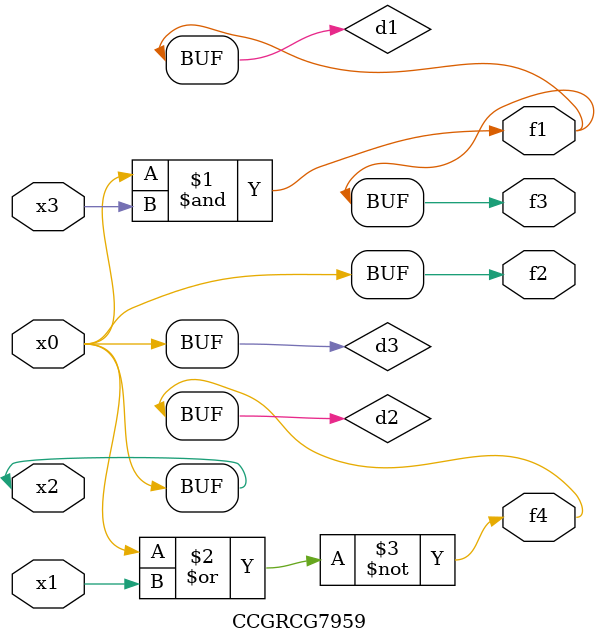
<source format=v>
module CCGRCG7959(
	input x0, x1, x2, x3,
	output f1, f2, f3, f4
);

	wire d1, d2, d3;

	and (d1, x2, x3);
	nor (d2, x0, x1);
	buf (d3, x0, x2);
	assign f1 = d1;
	assign f2 = d3;
	assign f3 = d1;
	assign f4 = d2;
endmodule

</source>
